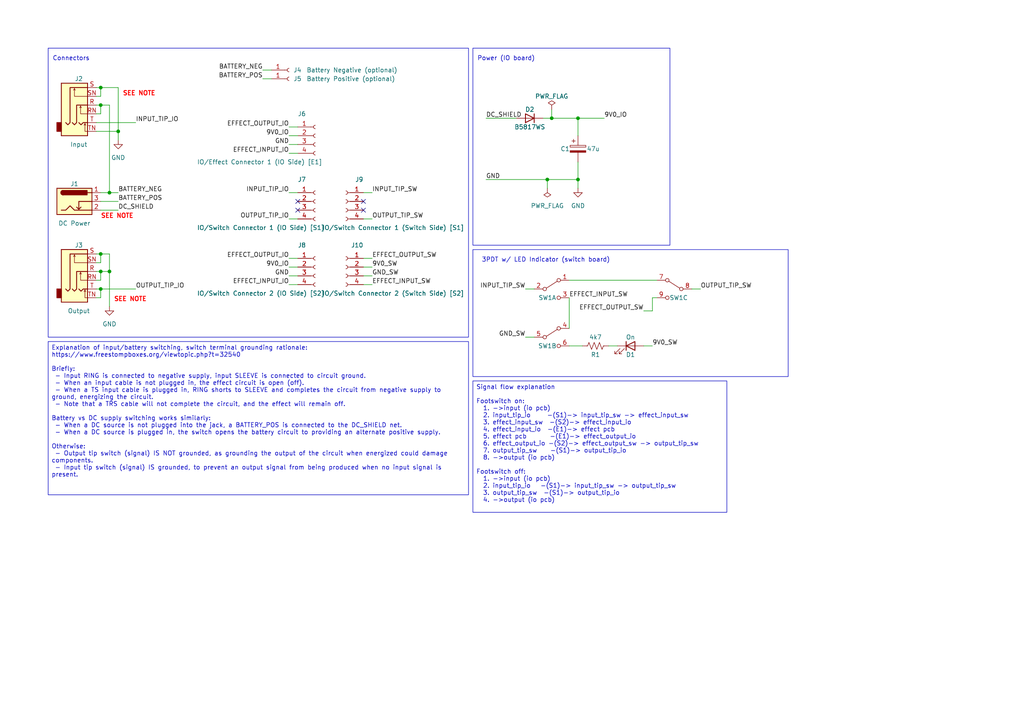
<source format=kicad_sch>
(kicad_sch (version 20230121) (generator eeschema)
  (paper "A4")
  (title_block (title "Noise Floor Interface Boards") (date "2023-03-04") (rev "v0.07") (comment 1 "github.com/whbeers/noise_floor"))
  (lib_symbols
    (symbol "Connector:Barrel_Jack_Switch" (pin_names hide)
      (property "Reference" "J" (at 0 5.334 0))
      (property "Value" "Barrel_Jack_Switch" (at 0 -5.08 0))
      (symbol "Barrel_Jack_Switch_0_1"
        (rectangle (start -5.08 3.81) (end 5.08 -3.81) (stroke (width 0.254)) (fill (type background)))
        (arc (start -3.302 3.175) (mid -3.9343 2.54) (end -3.302 1.905) (stroke (width 0.254)))
        (arc (start -3.302 3.175) (mid -3.9343 2.54) (end -3.302 1.905) (stroke (width 0.254)) (fill (type outline)))
        (polyline (pts (xy 1.27 -2.286) (xy 1.905 -1.651)) (stroke (width 0.254)))
        (polyline (pts (xy 5.08 2.54) (xy 3.81 2.54)) (stroke (width 0.254)))
        (polyline (pts (xy 5.08 0) (xy 1.27 0) (xy 1.27 -2.286) (xy 0.635 -1.651)) (stroke (width 0.254)))
        (polyline (pts (xy -3.81 -2.54) (xy -2.54 -2.54) (xy -1.27 -1.27) (xy 0 -2.54) (xy 2.54 -2.54) (xy 5.08 -2.54)) (stroke (width 0.254)))
        (rectangle (start 3.683 3.175) (end -3.302 1.905) (stroke (width 0.254)) (fill (type outline)))
      )
      (symbol "Barrel_Jack_Switch_1_1"
        (pin passive line (at 7.62 2.54 180) (length 2.54) (name "~") (number "1"))
        (pin passive line (at 7.62 -2.54 180) (length 2.54) (name "~") (number "2"))
        (pin passive line (at 7.62 0 180) (length 2.54) (name "~") (number "3"))
      )
    )
    (symbol "Connector:Conn_01x01_Socket" (pin_names (offset 1.016) hide)
      (property "Reference" "J" (at 0 2.54 0))
      (property "Value" "Conn_01x01_Socket" (at 0 -2.54 0))
      (symbol "Conn_01x01_Socket_1_1"
        (polyline (pts (xy -1.27 0) (xy -0.508 0)) (stroke (width 0.1524)))
        (arc (start 0 0.508) (mid -0.5058 0) (end 0 -0.508) (stroke (width 0.1524)))
        (pin passive line (at -5.08 0 0) (length 3.81) (name "Pin_1") (number "1"))
      )
    )
    (symbol "Connector:Conn_01x04_Socket" (pin_names (offset 1.016) hide)
      (property "Reference" "J" (at 0 5.08 0))
      (property "Value" "Conn_01x04_Socket" (at 0 -7.62 0))
      (symbol "Conn_01x04_Socket_1_1"
        (arc (start 0 -4.572) (mid -0.5058 -5.08) (end 0 -5.588) (stroke (width 0.1524)))
        (arc (start 0 -2.032) (mid -0.5058 -2.54) (end 0 -3.048) (stroke (width 0.1524)))
        (polyline (pts (xy -1.27 -5.08) (xy -0.508 -5.08)) (stroke (width 0.1524)))
        (polyline (pts (xy -1.27 -2.54) (xy -0.508 -2.54)) (stroke (width 0.1524)))
        (polyline (pts (xy -1.27 0) (xy -0.508 0)) (stroke (width 0.1524)))
        (polyline (pts (xy -1.27 2.54) (xy -0.508 2.54)) (stroke (width 0.1524)))
        (arc (start 0 0.508) (mid -0.5058 0) (end 0 -0.508) (stroke (width 0.1524)))
        (arc (start 0 3.048) (mid -0.5058 2.54) (end 0 2.032) (stroke (width 0.1524)))
        (pin passive line (at -5.08 2.54 0) (length 3.81) (name "Pin_1") (number "1"))
        (pin passive line (at -5.08 0 0) (length 3.81) (name "Pin_2") (number "2"))
        (pin passive line (at -5.08 -2.54 0) (length 3.81) (name "Pin_3") (number "3"))
        (pin passive line (at -5.08 -5.08 0) (length 3.81) (name "Pin_4") (number "4"))
      )
    )
    (symbol "Connector_Audio:AudioJack3_Switch"
      (property "Reference" "J" (at 0 11.43 0))
      (property "Value" "AudioJack3_Switch" (at 0 8.89 0))
      (symbol "AudioJack3_Switch_0_1"
        (rectangle (start -5.08 -5.08) (end -6.35 -7.62) (stroke (width 0.254)) (fill (type outline)))
        (polyline (pts (xy -1.27 4.826) (xy -1.016 4.318)))
        (polyline (pts (xy 0.508 -0.254) (xy 0.762 -0.762)))
        (polyline (pts (xy 1.778 -5.334) (xy 2.032 -5.842)))
        (polyline (pts (xy 0 -5.08) (xy 0.635 -5.715) (xy 1.27 -5.08) (xy 2.54 -5.08)) (stroke (width 0.254)))
        (polyline (pts (xy 2.54 -7.62) (xy 1.778 -7.62) (xy 1.778 -5.334) (xy 1.524 -5.842)))
        (polyline (pts (xy 2.54 -2.54) (xy 0.508 -2.54) (xy 0.508 -0.254) (xy 0.254 -0.762)))
        (polyline (pts (xy 2.54 2.54) (xy -1.27 2.54) (xy -1.27 4.826) (xy -1.524 4.318)))
        (polyline (pts (xy -1.905 -5.08) (xy -1.27 -5.715) (xy -0.635 -5.08) (xy -0.635 0) (xy 2.54 0)) (stroke (width 0.254)))
        (polyline (pts (xy 2.54 5.08) (xy -2.54 5.08) (xy -2.54 -5.08) (xy -3.175 -5.715) (xy -3.81 -5.08)) (stroke (width 0.254)))
        (rectangle (start 2.54 6.35) (end -5.08 -8.89) (stroke (width 0.254)) (fill (type background)))
      )
      (symbol "AudioJack3_Switch_1_1"
        (pin passive line (at 5.08 0 180) (length 2.54) (name "~") (number "R"))
        (pin passive line (at 5.08 -2.54 180) (length 2.54) (name "~") (number "RN"))
        (pin passive line (at 5.08 5.08 180) (length 2.54) (name "~") (number "S"))
        (pin passive line (at 5.08 2.54 180) (length 2.54) (name "~") (number "SN"))
        (pin passive line (at 5.08 -5.08 180) (length 2.54) (name "~") (number "T"))
        (pin passive line (at 5.08 -7.62 180) (length 2.54) (name "~") (number "TN"))
      )
    )
    (symbol "Device:C_Polarized" (pin_numbers hide) (pin_names (offset 0.254))
      (property "Reference" "C" (at 0.635 2.54 0))
      (property "Value" "C_Polarized" (at 0.635 -2.54 0))
      (symbol "C_Polarized_0_1"
        (rectangle (start -2.286 0.508) (end 2.286 1.016))
        (polyline (pts (xy -1.778 2.286) (xy -0.762 2.286)))
        (polyline (pts (xy -1.27 2.794) (xy -1.27 1.778)))
        (rectangle (start 2.286 -0.508) (end -2.286 -1.016) (fill (type outline)))
      )
      (symbol "C_Polarized_1_1"
        (pin passive line (at 0 3.81 270) (length 2.794) (name "~") (number "1"))
        (pin passive line (at 0 -3.81 90) (length 2.794) (name "~") (number "2"))
      )
    )
    (symbol "Device:D" (pin_numbers hide) (pin_names (offset 1.016) hide)
      (property "Reference" "D" (at 0 2.54 0))
      (property "Value" "D" (at 0 -2.54 0))
      (symbol "D_0_1"
        (polyline (pts (xy -1.27 1.27) (xy -1.27 -1.27)) (stroke (width 0.254)))
        (polyline (pts (xy 1.27 0) (xy -1.27 0)))
        (polyline (pts (xy 1.27 1.27) (xy 1.27 -1.27) (xy -1.27 0) (xy 1.27 1.27)) (stroke (width 0.254)))
      )
      (symbol "D_1_1"
        (pin passive line (at -3.81 0 0) (length 2.54) (name "K") (number "1"))
        (pin passive line (at 3.81 0 180) (length 2.54) (name "A") (number "2"))
      )
    )
    (symbol "Device:LED" (pin_numbers hide) (pin_names (offset 1.016) hide)
      (property "Reference" "D" (at 0 2.54 0))
      (property "Value" "LED" (at 0 -2.54 0))
      (symbol "LED_0_1"
        (polyline (pts (xy -1.27 -1.27) (xy -1.27 1.27)) (stroke (width 0.254)))
        (polyline (pts (xy -1.27 0) (xy 1.27 0)))
        (polyline (pts (xy 1.27 -1.27) (xy 1.27 1.27) (xy -1.27 0) (xy 1.27 -1.27)) (stroke (width 0.254)))
        (polyline (pts (xy -3.048 -0.762) (xy -4.572 -2.286) (xy -3.81 -2.286) (xy -4.572 -2.286) (xy -4.572 -1.524)))
        (polyline (pts (xy -1.778 -0.762) (xy -3.302 -2.286) (xy -2.54 -2.286) (xy -3.302 -2.286) (xy -3.302 -1.524)))
      )
      (symbol "LED_1_1"
        (pin passive line (at -3.81 0 0) (length 2.54) (name "K") (number "1"))
        (pin passive line (at 3.81 0 180) (length 2.54) (name "A") (number "2"))
      )
    )
    (symbol "Device:R_US" (pin_numbers hide) (pin_names (offset 0))
      (property "Reference" "R" (at 2.54 0 90))
      (property "Value" "R_US" (at -2.54 0 90))
      (symbol "R_US_0_1"
        (polyline (pts (xy 0 -2.286) (xy 0 -2.54)))
        (polyline (pts (xy 0 2.286) (xy 0 2.54)))
        (polyline (pts (xy 0 -0.762) (xy 1.016 -1.143) (xy 0 -1.524) (xy -1.016 -1.905) (xy 0 -2.286)))
        (polyline (pts (xy 0 0.762) (xy 1.016 0.381) (xy 0 0) (xy -1.016 -0.381) (xy 0 -0.762)))
        (polyline (pts (xy 0 2.286) (xy 1.016 1.905) (xy 0 1.524) (xy -1.016 1.143) (xy 0 0.762)))
      )
      (symbol "R_US_1_1"
        (pin passive line (at 0 3.81 270) (length 1.27) (name "~") (number "1"))
        (pin passive line (at 0 -3.81 90) (length 1.27) (name "~") (number "2"))
      )
    )
    (symbol "SW_STOMP_3PDT_1" (pin_names hide)
      (property "Reference" "SW" (at 1.27 2.54 0))
      (property "Value" "SW_STOMP_3PDT" (at 2.54 -5.08 0))
      (symbol "SW_STOMP_3PDT_1_0_0"
        (circle (center 3.048 0) (radius 0.508))
        (circle (center 7.112 -2.54) (radius 0.508))
      )
      (symbol "SW_STOMP_3PDT_1_0_1"
        (polyline (pts (xy 3.556 0.254) (xy 6.731 2.286)))
        (circle (center 7.112 2.54) (radius 0.508))
      )
      (symbol "SW_STOMP_3PDT_1_1_1"
        (pin passive line (at 10.16 2.54 180) (length 2.54) (name "A1") (number "1"))
        (pin passive line (at 0 0 0) (length 2.54) (name "A2") (number "2"))
        (pin passive line (at 10.16 -2.54 180) (length 2.54) (name "A3") (number "3"))
      )
      (symbol "SW_STOMP_3PDT_1_2_1"
        (pin passive line (at 10.16 2.54 180) (length 2.54) (name "B1") (number "4"))
        (pin passive line (at 0 0 0) (length 2.54) (name "B2") (number "5"))
        (pin passive line (at 10.16 -2.54 180) (length 2.54) (name "B3") (number "6"))
      )
      (symbol "SW_STOMP_3PDT_1_3_1"
        (pin passive line (at 10.16 2.54 180) (length 2.54) (name "C1") (number "7"))
        (pin passive line (at 0 0 0) (length 2.54) (name "C2") (number "8"))
        (pin passive line (at 10.16 -2.54 180) (length 2.54) (name "C3") (number "9"))
      )
    )
    (symbol "SW_STOMP_3PDT_2" (pin_names hide)
      (property "Reference" "SW" (at 1.27 2.54 0))
      (property "Value" "SW_STOMP_3PDT" (at 2.54 -5.08 0))
      (symbol "SW_STOMP_3PDT_2_0_0"
        (circle (center 3.048 0) (radius 0.508))
        (circle (center 7.112 -2.54) (radius 0.508))
      )
      (symbol "SW_STOMP_3PDT_2_0_1"
        (polyline (pts (xy 3.556 0.254) (xy 6.731 2.286)))
        (circle (center 7.112 2.54) (radius 0.508))
      )
      (symbol "SW_STOMP_3PDT_2_1_1"
        (pin passive line (at 10.16 2.54 180) (length 2.54) (name "A1") (number "1"))
        (pin passive line (at 0 0 0) (length 2.54) (name "A2") (number "2"))
        (pin passive line (at 10.16 -2.54 180) (length 2.54) (name "A3") (number "3"))
      )
      (symbol "SW_STOMP_3PDT_2_2_1"
        (pin passive line (at 10.16 2.54 180) (length 2.54) (name "B1") (number "4"))
        (pin passive line (at 0 0 0) (length 2.54) (name "B2") (number "5"))
        (pin passive line (at 10.16 -2.54 180) (length 2.54) (name "B3") (number "6"))
      )
      (symbol "SW_STOMP_3PDT_2_3_1"
        (pin passive line (at 10.16 2.54 180) (length 2.54) (name "C1") (number "7"))
        (pin passive line (at 0 0 0) (length 2.54) (name "C2") (number "8"))
        (pin passive line (at 10.16 -2.54 180) (length 2.54) (name "C3") (number "9"))
      )
    )
    (symbol "noise_floor:SW_STOMP_3PDT" (pin_names hide)
      (property "Reference" "SW" (at 1.27 2.54 0))
      (property "Value" "SW_STOMP_3PDT" (at 2.54 -5.08 0))
      (symbol "SW_STOMP_3PDT_0_0"
        (circle (center 3.048 0) (radius 0.508))
        (circle (center 7.112 -2.54) (radius 0.508))
      )
      (symbol "SW_STOMP_3PDT_0_1"
        (polyline (pts (xy 3.556 0.254) (xy 6.731 2.286)))
        (circle (center 7.112 2.54) (radius 0.508))
      )
      (symbol "SW_STOMP_3PDT_1_1"
        (pin passive line (at 10.16 2.54 180) (length 2.54) (name "A1") (number "1"))
        (pin passive line (at 0 0 0) (length 2.54) (name "A2") (number "2"))
        (pin passive line (at 10.16 -2.54 180) (length 2.54) (name "A3") (number "3"))
      )
      (symbol "SW_STOMP_3PDT_2_1"
        (pin passive line (at 10.16 2.54 180) (length 2.54) (name "B1") (number "4"))
        (pin passive line (at 0 0 0) (length 2.54) (name "B2") (number "5"))
        (pin passive line (at 10.16 -2.54 180) (length 2.54) (name "B3") (number "6"))
      )
      (symbol "SW_STOMP_3PDT_3_1"
        (pin passive line (at 10.16 2.54 180) (length 2.54) (name "C1") (number "7"))
        (pin passive line (at 0 0 0) (length 2.54) (name "C2") (number "8"))
        (pin passive line (at 10.16 -2.54 180) (length 2.54) (name "C3") (number "9"))
      )
    )
    (symbol "power:GND" (power) (pin_names (offset 0))
      (property "Value" "GND" (at 0 -3.81 0))
      (symbol "GND_0_1"
        (polyline (pts (xy 0 0) (xy 0 -1.27) (xy 1.27 -1.27) (xy 0 -2.54) (xy -1.27 -1.27) (xy 0 -1.27)))
      )
      (symbol "GND_1_1"
        (pin power_in line (at 0 0 270) (length 0) hide (name "GND") (number "1"))
      )
    )
    (symbol "power:PWR_FLAG" (power) (pin_numbers hide) (pin_names (offset 0) hide)
      (property "Value" "PWR_FLAG" (at 0 3.81 0))
      (symbol "PWR_FLAG_0_0"
        (pin power_out line (at 0 0 90) (length 0) (name "pwr") (number "1"))
      )
      (symbol "PWR_FLAG_0_1"
        (polyline (pts (xy 0 0) (xy 0 1.27) (xy -1.016 1.905) (xy 0 2.54) (xy 1.016 1.905) (xy 0 1.27)))
      )
    )
  )
  (junction (at 29.21 30.48))
  (junction (at 34.29 38.1))
  (junction (at 160.02 34.29))
  (junction (at 31.75 55.88))
  (junction (at 167.64 52.07))
  (junction (at 29.21 73.66))
  (junction (at 31.75 78.74))
  (junction (at 29.21 25.4))
  (junction (at 29.21 83.82))
  (junction (at 158.75 52.07))
  (junction (at 29.21 78.74))
  (junction (at 167.64 34.29))
  (no_connect (at 86.36 60.96))
  (no_connect (at 105.41 58.42))
  (no_connect (at 86.36 58.42))
  (no_connect (at 105.41 60.96))
  (wire (pts (xy 107.95 63.5) (xy 105.41 63.5)))
  (wire (pts (xy 27.94 86.36) (xy 29.21 86.36)))
  (wire (pts (xy 29.21 78.74) (xy 29.21 81.28)))
  (wire (pts (xy 83.82 41.91) (xy 86.36 41.91)))
  (wire (pts (xy 179.07 100.33) (xy 176.53 100.33)))
  (wire (pts (xy 200.66 83.82) (xy 203.2 83.82)))
  (wire (pts (xy 76.2 20.32) (xy 78.74 20.32)))
  (wire (pts (xy 140.97 34.29) (xy 149.86 34.29)))
  (wire (pts (xy 29.21 55.88) (xy 31.75 55.88)))
  (wire (pts (xy 189.23 90.17) (xy 189.23 86.36)))
  (wire (pts (xy 29.21 25.4) (xy 34.29 25.4)))
  (wire (pts (xy 27.94 76.2) (xy 29.21 76.2)))
  (wire (pts (xy 27.94 25.4) (xy 29.21 25.4)))
  (wire (pts (xy 29.21 73.66) (xy 29.21 76.2)))
  (wire (pts (xy 27.94 83.82) (xy 29.21 83.82)))
  (wire (pts (xy 27.94 33.02) (xy 29.21 33.02)))
  (wire (pts (xy 27.94 81.28) (xy 29.21 81.28)))
  (wire (pts (xy 31.75 30.48) (xy 29.21 30.48)))
  (wire (pts (xy 165.1 81.28) (xy 190.5 81.28)))
  (wire (pts (xy 29.21 78.74) (xy 31.75 78.74)))
  (wire (pts (xy 29.21 25.4) (xy 29.21 27.94)))
  (wire (pts (xy 29.21 30.48) (xy 29.21 33.02)))
  (wire (pts (xy 29.21 60.96) (xy 34.29 60.96)))
  (wire (pts (xy 167.64 46.99) (xy 167.64 52.07)))
  (wire (pts (xy 83.82 77.47) (xy 86.36 77.47)))
  (wire (pts (xy 107.95 82.55) (xy 105.41 82.55)))
  (wire (pts (xy 83.82 36.83) (xy 86.36 36.83)))
  (wire (pts (xy 29.21 83.82) (xy 39.37 83.82)))
  (wire (pts (xy 160.02 34.29) (xy 167.64 34.29)))
  (wire (pts (xy 189.23 86.36) (xy 190.5 86.36)))
  (wire (pts (xy 152.4 97.79) (xy 154.94 97.79)))
  (wire (pts (xy 27.94 27.94) (xy 29.21 27.94)))
  (wire (pts (xy 158.75 52.07) (xy 167.64 52.07)))
  (wire (pts (xy 76.2 22.86) (xy 78.74 22.86)))
  (wire (pts (xy 83.82 63.5) (xy 86.36 63.5)))
  (wire (pts (xy 107.95 74.93) (xy 105.41 74.93)))
  (wire (pts (xy 107.95 77.47) (xy 105.41 77.47)))
  (wire (pts (xy 107.95 55.88) (xy 105.41 55.88)))
  (wire (pts (xy 160.02 34.29) (xy 160.02 31.75)))
  (wire (pts (xy 167.64 52.07) (xy 167.64 54.61)))
  (wire (pts (xy 31.75 73.66) (xy 31.75 78.74)))
  (wire (pts (xy 158.75 52.07) (xy 158.75 54.61)))
  (wire (pts (xy 107.95 80.01) (xy 105.41 80.01)))
  (wire (pts (xy 31.75 30.48) (xy 31.75 55.88)))
  (wire (pts (xy 83.82 82.55) (xy 86.36 82.55)))
  (wire (pts (xy 34.29 25.4) (xy 34.29 38.1)))
  (wire (pts (xy 83.82 55.88) (xy 86.36 55.88)))
  (wire (pts (xy 186.69 90.17) (xy 189.23 90.17)))
  (wire (pts (xy 34.29 38.1) (xy 34.29 40.64)))
  (wire (pts (xy 83.82 39.37) (xy 86.36 39.37)))
  (wire (pts (xy 29.21 30.48) (xy 27.94 30.48)))
  (wire (pts (xy 29.21 73.66) (xy 31.75 73.66)))
  (wire (pts (xy 83.82 80.01) (xy 86.36 80.01)))
  (wire (pts (xy 83.82 44.45) (xy 86.36 44.45)))
  (wire (pts (xy 29.21 86.36) (xy 29.21 83.82)))
  (wire (pts (xy 167.64 34.29) (xy 167.64 39.37)))
  (wire (pts (xy 31.75 55.88) (xy 34.29 55.88)))
  (wire (pts (xy 165.1 86.36) (xy 165.1 95.25)))
  (wire (pts (xy 157.48 34.29) (xy 160.02 34.29)))
  (wire (pts (xy 31.75 78.74) (xy 31.75 88.9)))
  (wire (pts (xy 27.94 38.1) (xy 34.29 38.1)))
  (wire (pts (xy 27.94 35.56) (xy 39.37 35.56)))
  (wire (pts (xy 168.91 100.33) (xy 165.1 100.33)))
  (wire (pts (xy 27.94 73.66) (xy 29.21 73.66)))
  (wire (pts (xy 152.4 83.82) (xy 154.94 83.82)))
  (wire (pts (xy 140.97 52.07) (xy 158.75 52.07)))
  (wire (pts (xy 186.69 100.33) (xy 189.23 100.33)))
  (wire (pts (xy 27.94 78.74) (xy 29.21 78.74)))
  (wire (pts (xy 83.82 74.93) (xy 86.36 74.93)))
  (wire (pts (xy 167.64 34.29) (xy 175.26 34.29)))
  (wire (pts (xy 29.21 58.42) (xy 34.29 58.42)))
  (rectangle (start 137.16 13.97) (end 194.31 71.12))
  (rectangle (start 13.97 13.97) (end 135.89 97.79))
  (rectangle (start 137.16 72.39) (end 228.6 109.22))
  (text_box "Explanation of input/battery switching, switch terminal grounding rationale: https://www.freestompboxes.org/viewtopic.php?t=32540\n\nBriefly:\n - Input RING is connected to negative supply, input SLEEVE is connected to circuit ground.\n - When an input cable is not plugged in, the effect circuit is open (off).\n - When a TS input cable is plugged in, RING shorts to SLEEVE and completes the circuit from negative supply to ground, energizing the circuit.\n - Note that a TRS cable will not complete the circuit, and the effect will remain off.\n\nBattery vs DC supply switching works similarly:\n - When a DC source is not plugged into the jack, a BATTERY_POS is connected to the DC_SHIELD net.\n - When a DC source is plugged in, the switch opens the battery circuit to providing an alternate positive supply.\n\nOtherwise:\n - Output tip switch (signal) IS NOT grounded, as grounding the output of the circuit when energized could damage components.\n - Input tip switch (signal) IS grounded, to prevent an output signal from being produced when no input signal is present." (at 13.97 99.06 0) (size 121.92 44.45) (effects (font (size 1.27 1.27)) (justify left top)))
  (text_box "Signal flow explanation\n\nFootswitch on:\n  1. ->input (io pcb)\n  2. input_tip_io     -(S1)-> input_tip_sw -> effect_input_sw\n  3. effect_input_sw  -(S2)-> effect_input_io\n  4. effect_input_io  -(E1)-> effect pcb\n  5. effect pcb       -(E1)-> effect_output_io\n  6. effect_output_io -(S2)-> effect_output_sw -> output_tip_sw\n  7. output_tip_sw    -(S1)-> output_tip_io\n  8. ->output (io pcb)\n\nFootswitch off:\n  1. ->input (io pcb)\n  2. input_tip_io   -(S1)-> input_tip_sw -> output_tip_sw\n  3. output_tip_sw  -(S1)-> output_tip_io\n  4. ->output (io pcb)" (at 137.16 110.49 0) (size 73.66 38.1) (effects (font (size 1.27 1.27)) (justify left top)))
  (text "Connectors" (at 15.24 17.78 0) (effects (font (size 1.27 1.27)) (justify left bottom)))
  (text "3PDT w/ LED Indicator (switch board)" (at 139.7 76.2 0) (effects (font (size 1.27 1.27)) (justify left bottom)))
  (text "SEE NOTE" (at 35.56 27.94 0) (effects (font (size 1.27 1.27) (thickness 0.254) bold) (justify left bottom)))
  (text "SEE NOTE" (at 33.02 87.63 0) (effects (font (size 1.27 1.27) (thickness 0.254) bold) (justify left bottom)))
  (text "Power (IO board)" (at 138.43 17.78 0) (effects (font (size 1.27 1.27)) (justify left bottom)))
  (text "SEE NOTE" (at 29.21 63.5 0) (effects (font (size 1.27 1.27) (thickness 0.254) bold) (justify left bottom)))
  (label "GND" (at 140.97 52.07 0))
  (label "INPUT_TIP_SW" (at 107.95 55.88 0))
  (label "BATTERY_POS" (at 76.2 22.86 180))
  (label "BATTERY_NEG" (at 76.2 20.32 180))
  (label "GND_SW" (at 107.95 80.01 0))
  (label "EFFECT_INPUT_IO" (at 83.82 82.55 180))
  (label "EFFECT_INPUT_IO" (at 83.82 44.45 180))
  (label "9V0_SW" (at 107.95 77.47 0))
  (label "DC_SHIELD" (at 140.97 34.29 0))
  (label "GND_SW" (at 152.4 97.79 180))
  (label "DC_SHIELD" (at 34.29 60.96 0))
  (label "OUTPUT_TIP_IO" (at 39.37 83.82 0))
  (label "9V0_SW" (at 189.23 100.33 0))
  (label "EFFECT_INPUT_SW" (at 107.95 82.55 0))
  (label "BATTERY_POS" (at 34.29 58.42 0))
  (label "9V0_IO" (at 83.82 39.37 180))
  (label "INPUT_TIP_SW" (at 152.4 83.82 180))
  (label "GND" (at 83.82 80.01 180))
  (label "EFFECT_OUTPUT_IO" (at 83.82 36.83 180))
  (label "EFFECT_OUTPUT_SW" (at 186.69 90.17 180))
  (label "INPUT_TIP_IO" (at 83.82 55.88 180) (property "Label" "In_Left" (effects hide)))
  (label "OUTPUT_TIP_SW" (at 203.2 83.82 0))
  (label "9V0_IO" (at 83.82 77.47 180))
  (label "GND" (at 83.82 41.91 180))
  (label "BATTERY_NEG" (at 34.29 55.88 0))
  (label "EFFECT_OUTPUT_IO" (at 83.82 74.93 180))
  (label "INPUT_TIP_IO" (at 39.37 35.56 0))
  (label "OUTPUT_TIP_SW" (at 107.95 63.5 0))
  (label "9V0_IO" (at 175.26 34.29 0))
  (label "EFFECT_INPUT_SW" (at 165.1 86.36 0))
  (label "OUTPUT_TIP_IO" (at 83.82 63.5 180))
  (label "EFFECT_OUTPUT_SW" (at 107.95 74.93 0))
  (symbol (lib_id "Connector:Conn_01x01_Socket") (at 83.82 22.86 0) (unit 1)
    (property "Reference" "J5" (at 85.09 22.86 0) (effects (justify left)))
    (property "Value" "Battery Positive (optional)" (at 88.9 22.86 0) (effects (justify left)))
    (property "Footprint" "Connector_Wire:SolderWire-0.25sqmm_1x01_D0.65mm_OD2mm" (effects hide))
  )
  (symbol (lib_name "SW_STOMP_3PDT_2") (lib_id "noise_floor:SW_STOMP_3PDT") (at 154.94 97.79 0) (unit 2)
    (property "Reference" "SW1" (at 158.75 100.33 0))
    (property "Value" "Footswitch" (effects hide))
    (property "Footprint" "noise_floor:SW_3PDT_SOLDER_LUGS" (effects hide))
  )
  (symbol (lib_id "Connector_Audio:AudioJack3_Switch") (at 22.86 78.74 0) (unit 1)
    (property "Reference" "J3" (at 22.86 71.12 0))
    (property "Value" "Output" (at 22.86 90.17 0))
    (property "Footprint" "noise_floor:Jack_6.35mm_Neutrik_NMJ6HCD2_Horizontal-3DModel_from_Vasily_Kashirin" (effects hide))
  )
  (symbol (lib_id "Device:C_Polarized") (at 167.64 43.18 0) (unit 1)
    (property "Reference" "C1" (at 162.56 43.18 0) (effects (justify left)))
    (property "Value" "47u" (at 170.18 43.18 0) (effects (justify left)))
    (property "Footprint" "Capacitor_THT:CP_Radial_D5.0mm_P2.50mm" (effects hide))
  )
  (symbol (lib_id "Connector:Barrel_Jack_Switch") (at 21.59 58.42 0) (unit 1)
    (property "Reference" "J1" (at 21.59 53.34 0))
    (property "Value" "DC Power" (at 21.59 64.77 0))
    (property "Footprint" "noise_floor:BarrelJack_GCT_DCJ200-10-A_Horizontal_with_3DModel_from_Vasily_Kashirin" (effects hide))
  )
  (symbol (lib_id "power:GND") (at 34.29 40.64 0) (unit 1)
    (property "Reference" "#PWR02" (effects hide))
    (property "Value" "GND" (at 34.29 45.72 0))
  )
  (symbol (lib_id "Connector:Conn_01x04_Socket") (at 91.44 58.42 0) (unit 1)
    (property "Reference" "J7" (at 86.36 52.07 0) (effects (justify left)))
    (property "Value" "IO/Switch Connector 1 (IO Side) [S1]" (at 57.15 66.04 0) (effects (justify left)))
    (property "Footprint" "noise_floor:Molex_PicoBlade_53047-0410_1x04_P1.25mm_Vertical_with_3D_Model" (effects hide))
  )
  (symbol (lib_id "Connector:Conn_01x04_Socket") (at 91.44 77.47 0) (unit 1)
    (property "Reference" "J8" (at 86.36 71.12 0) (effects (justify left)))
    (property "Value" "IO/Switch Connector 2 (IO Side) [S2]" (at 57.15 85.09 0) (effects (justify left)))
    (property "Footprint" "noise_floor:Molex_PicoBlade_53047-0410_1x04_P1.25mm_Vertical_with_3D_Model" (effects hide))
  )
  (symbol (lib_id "Device:D") (at 153.67 34.29 180) (unit 1)
    (property "Reference" "D2" (at 153.67 31.75 0))
    (property "Value" "B5817WS" (at 153.67 36.83 0))
    (property "Footprint" "Diode_SMD:D_SOD-323_HandSoldering" (effects hide))
    (property "Datasheet" "https://www.mouser.com/datasheet/2/258/B5817WS_B5819WS_SOD_323_-2511324.pdf" (effects hide))
    (property "Sim.Device" "D" (effects hide))
    (property "Sim.Pins" "1=K 2=A" (effects hide))
  )
  (symbol (lib_name "SW_STOMP_3PDT_1") (lib_id "noise_floor:SW_STOMP_3PDT") (at 154.94 83.82 0) (unit 1)
    (property "Reference" "SW1" (at 158.75 86.36 0))
    (property "Value" "Footswitch" (effects hide))
    (property "Footprint" "noise_floor:SW_3PDT_SOLDER_LUGS" (effects hide))
  )
  (symbol (lib_id "power:PWR_FLAG") (at 160.02 31.75 0) (unit 1)
    (property "Reference" "#FLG02" (effects hide))
    (property "Value" "PWR_FLAG" (at 160.02 27.94 0))
  )
  (symbol (lib_id "noise_floor:SW_STOMP_3PDT") (at 200.66 83.82 0) (mirror y) (unit 3)
    (property "Reference" "SW1" (at 196.85 86.36 0))
    (property "Value" "Footswitch" (effects hide))
    (property "Footprint" "noise_floor:SW_3PDT_SOLDER_LUGS" (effects hide))
  )
  (symbol (lib_id "Device:R_US") (at 172.72 100.33 270) (unit 1)
    (property "Reference" "R1" (at 172.72 102.87 90))
    (property "Value" "4k7" (at 172.72 97.79 90))
    (property "Footprint" "Resistor_SMD:R_1206_3216Metric_Pad1.30x1.75mm_HandSolder" (effects hide))
  )
  (symbol (lib_id "Connector:Conn_01x04_Socket") (at 91.44 39.37 0) (unit 1)
    (property "Reference" "J6" (at 86.36 33.02 0) (effects (justify left)))
    (property "Value" "IO/Effect Connector 1 (IO Side) [E1]" (at 57.15 46.99 0) (effects (justify left)))
    (property "Footprint" "noise_floor:Molex_PicoBlade_53047-0410_1x04_P1.25mm_Vertical_with_3D_Model" (effects hide))
  )
  (symbol (lib_id "Connector:Conn_01x04_Socket") (at 100.33 77.47 0) (mirror y) (unit 1)
    (property "Reference" "J10" (at 105.41 71.12 0) (effects (justify left)))
    (property "Value" "IO/Switch Connector 2 (Switch Side) [S2]" (at 134.62 85.09 0) (effects (justify left)))
    (property "Footprint" "noise_floor:Molex_PicoBlade_53047-0410_1x04_P1.25mm_Vertical_with_3D_Model" (effects hide))
  )
  (symbol (lib_id "power:PWR_FLAG") (at 158.75 54.61 180) (unit 1)
    (property "Reference" "#FLG01" (effects hide))
    (property "Value" "PWR_FLAG" (at 158.75 59.69 0))
  )
  (symbol (lib_id "power:GND") (at 31.75 88.9 0) (unit 1)
    (property "Reference" "#PWR01" (effects hide))
    (property "Value" "GND" (at 31.75 93.98 0))
  )
  (symbol (lib_id "Device:LED") (at 182.88 100.33 0) (unit 1)
    (property "Reference" "D1" (at 182.88 102.87 0))
    (property "Value" "On" (at 182.88 97.79 0))
    (property "Footprint" "LED_THT:LED_D3.0mm" (effects hide))
  )
  (symbol (lib_id "Connector:Conn_01x04_Socket") (at 100.33 58.42 0) (mirror y) (unit 1)
    (property "Reference" "J9" (at 105.41 52.07 0) (effects (justify left)))
    (property "Value" "IO/Switch Connector 1 (Switch Side) [S1]" (at 134.62 66.04 0) (effects (justify left)))
    (property "Footprint" "noise_floor:Molex_PicoBlade_53047-0410_1x04_P1.25mm_Vertical_with_3D_Model" (effects hide))
  )
  (symbol (lib_id "Connector:Conn_01x01_Socket") (at 83.82 20.32 0) (unit 1)
    (property "Reference" "J4" (at 85.09 20.32 0) (effects (justify left)))
    (property "Value" "Battery Negative (optional)" (at 88.9 20.32 0) (effects (justify left)))
    (property "Footprint" "Connector_Wire:SolderWire-0.25sqmm_1x01_D0.65mm_OD2mm" (effects hide))
  )
  (symbol (lib_id "Connector_Audio:AudioJack3_Switch") (at 22.86 30.48 0) (unit 1)
    (property "Reference" "J2" (at 22.86 22.86 0))
    (property "Value" "Input" (at 22.86 41.91 0))
    (property "Footprint" "noise_floor:Jack_6.35mm_Neutrik_NMJ6HCD2_Horizontal-3DModel_from_Vasily_Kashirin" (effects hide))
  )
  (symbol (lib_id "power:GND") (at 167.64 54.61 0) (unit 1)
    (property "Reference" "#PWR03" (effects hide))
    (property "Value" "GND" (at 167.64 59.69 0))
  )
)
</source>
